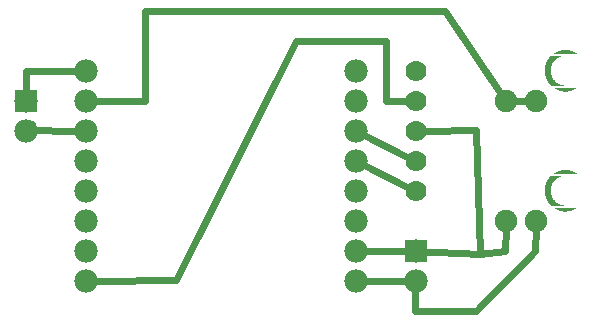
<source format=gbl>
G04 MADE WITH FRITZING*
G04 WWW.FRITZING.ORG*
G04 DOUBLE SIDED*
G04 HOLES PLATED*
G04 CONTOUR ON CENTER OF CONTOUR VECTOR*
%ASAXBY*%
%FSLAX23Y23*%
%MOIN*%
%OFA0B0*%
%SFA1.0B1.0*%
%ADD10C,0.070000*%
%ADD11C,0.077778*%
%ADD12C,0.078000*%
%ADD13C,0.075000*%
%ADD14R,0.078000X0.078000*%
%ADD15C,0.024000*%
%ADD16R,0.001000X0.001000*%
%LNCOPPER0*%
G90*
G70*
G54D10*
X1430Y499D03*
X1430Y599D03*
X1430Y699D03*
X1430Y799D03*
X1430Y899D03*
G54D11*
X330Y899D03*
X330Y799D03*
X330Y699D03*
X330Y599D03*
X330Y499D03*
X330Y399D03*
X330Y299D03*
X330Y199D03*
X1230Y199D03*
X1230Y299D03*
X1230Y399D03*
X1230Y499D03*
X1230Y599D03*
X1230Y699D03*
X1230Y799D03*
X1230Y899D03*
G54D12*
X130Y799D03*
X130Y699D03*
X1430Y299D03*
X1430Y199D03*
G54D13*
X1830Y799D03*
X1830Y399D03*
X1730Y399D03*
X1730Y799D03*
G54D14*
X130Y799D03*
X1430Y299D03*
G54D15*
X131Y900D02*
X130Y829D01*
D02*
X301Y899D02*
X131Y900D01*
D02*
X131Y701D02*
X150Y721D01*
D02*
X301Y700D02*
X131Y701D01*
D02*
X1259Y199D02*
X1400Y199D01*
D02*
X1256Y586D02*
X1402Y513D01*
D02*
X1256Y686D02*
X1402Y613D01*
D02*
X631Y201D02*
X1030Y998D01*
D02*
X359Y199D02*
X631Y201D01*
D02*
X1030Y998D02*
X1330Y998D01*
D02*
X1330Y998D02*
X1330Y799D01*
D02*
X1330Y799D02*
X1399Y799D01*
D02*
X1643Y289D02*
X1631Y701D01*
D02*
X1631Y701D02*
X1461Y700D01*
D02*
X1428Y299D02*
X1643Y289D01*
D02*
X1259Y299D02*
X1428Y299D01*
D02*
X1631Y100D02*
X1428Y100D01*
D02*
X1829Y299D02*
X1631Y100D01*
D02*
X1428Y100D02*
X1429Y169D01*
D02*
X1830Y371D02*
X1829Y299D01*
D02*
X1729Y299D02*
X1730Y371D01*
D02*
X1643Y289D02*
X1729Y299D01*
D02*
X1529Y1099D02*
X1714Y823D01*
D02*
X529Y799D02*
X529Y1099D01*
D02*
X359Y799D02*
X529Y799D01*
D02*
X529Y1099D02*
X1529Y1099D01*
D02*
X1801Y799D02*
X1758Y799D01*
G54D16*
X1919Y968D02*
X1939Y968D01*
X1914Y967D02*
X1944Y967D01*
X1910Y966D02*
X1948Y966D01*
X1907Y965D02*
X1951Y965D01*
X1904Y964D02*
X1953Y964D01*
X1902Y963D02*
X1956Y963D01*
X1900Y962D02*
X1958Y962D01*
X1897Y961D02*
X1960Y961D01*
X1896Y960D02*
X1962Y960D01*
X1894Y959D02*
X1964Y959D01*
X1892Y958D02*
X1965Y958D01*
X1891Y957D02*
X1967Y957D01*
X1889Y956D02*
X1968Y956D01*
X1880Y948D02*
X1918Y948D01*
X1879Y947D02*
X1914Y947D01*
X1878Y946D02*
X1911Y946D01*
X1877Y945D02*
X1908Y945D01*
X1876Y944D02*
X1906Y944D01*
X1875Y943D02*
X1904Y943D01*
X1875Y942D02*
X1903Y942D01*
X1874Y941D02*
X1901Y941D01*
X1873Y940D02*
X1900Y940D01*
X1872Y939D02*
X1899Y939D01*
X1872Y938D02*
X1897Y938D01*
X1871Y937D02*
X1896Y937D01*
X1871Y936D02*
X1895Y936D01*
X1870Y935D02*
X1894Y935D01*
X1869Y934D02*
X1893Y934D01*
X1869Y933D02*
X1892Y933D01*
X1868Y932D02*
X1891Y932D01*
X1868Y931D02*
X1890Y931D01*
X1867Y930D02*
X1889Y930D01*
X1867Y929D02*
X1889Y929D01*
X1866Y928D02*
X1888Y928D01*
X1866Y927D02*
X1887Y927D01*
X1865Y926D02*
X1887Y926D01*
X1865Y925D02*
X1886Y925D01*
X1865Y924D02*
X1885Y924D01*
X1864Y923D02*
X1885Y923D01*
X1864Y922D02*
X1884Y922D01*
X1864Y921D02*
X1884Y921D01*
X1863Y920D02*
X1883Y920D01*
X1863Y919D02*
X1883Y919D01*
X1863Y918D02*
X1882Y918D01*
X1862Y917D02*
X1882Y917D01*
X1862Y916D02*
X1882Y916D01*
X1862Y915D02*
X1881Y915D01*
X1862Y914D02*
X1881Y914D01*
X1861Y913D02*
X1881Y913D01*
X1861Y912D02*
X1881Y912D01*
X1861Y911D02*
X1880Y911D01*
X1861Y910D02*
X1880Y910D01*
X1861Y909D02*
X1880Y909D01*
X1861Y908D02*
X1880Y908D01*
X1861Y907D02*
X1880Y907D01*
X1860Y906D02*
X1879Y906D01*
X1860Y905D02*
X1879Y905D01*
X1860Y904D02*
X1879Y904D01*
X1860Y903D02*
X1879Y903D01*
X1860Y902D02*
X1879Y902D01*
X1860Y901D02*
X1879Y901D01*
X1860Y900D02*
X1879Y900D01*
X1860Y899D02*
X1879Y899D01*
X1860Y898D02*
X1879Y898D01*
X1860Y897D02*
X1879Y897D01*
X1860Y896D02*
X1879Y896D01*
X1860Y895D02*
X1879Y895D01*
X1860Y894D02*
X1879Y894D01*
X1860Y893D02*
X1880Y893D01*
X1861Y892D02*
X1880Y892D01*
X1861Y891D02*
X1880Y891D01*
X1861Y890D02*
X1880Y890D01*
X1861Y889D02*
X1880Y889D01*
X1861Y888D02*
X1880Y888D01*
X1861Y887D02*
X1881Y887D01*
X1862Y886D02*
X1881Y886D01*
X1862Y885D02*
X1881Y885D01*
X1862Y884D02*
X1882Y884D01*
X1862Y883D02*
X1882Y883D01*
X1863Y882D02*
X1882Y882D01*
X1863Y881D02*
X1883Y881D01*
X1863Y880D02*
X1883Y880D01*
X1863Y879D02*
X1884Y879D01*
X1864Y878D02*
X1884Y878D01*
X1864Y877D02*
X1885Y877D01*
X1865Y876D02*
X1885Y876D01*
X1865Y875D02*
X1886Y875D01*
X1865Y874D02*
X1886Y874D01*
X1866Y873D02*
X1887Y873D01*
X1866Y872D02*
X1888Y872D01*
X1867Y871D02*
X1888Y871D01*
X1867Y870D02*
X1889Y870D01*
X1868Y869D02*
X1890Y869D01*
X1868Y868D02*
X1891Y868D01*
X1869Y867D02*
X1892Y867D01*
X1869Y866D02*
X1893Y866D01*
X1870Y865D02*
X1894Y865D01*
X1870Y864D02*
X1895Y864D01*
X1871Y863D02*
X1896Y863D01*
X1872Y862D02*
X1897Y862D01*
X1872Y861D02*
X1898Y861D01*
X1873Y860D02*
X1899Y860D01*
X1874Y859D02*
X1901Y859D01*
X1874Y858D02*
X1902Y858D01*
X1875Y857D02*
X1904Y857D01*
X1876Y856D02*
X1906Y856D01*
X1877Y855D02*
X1908Y855D01*
X1878Y854D02*
X1910Y854D01*
X1878Y853D02*
X1913Y853D01*
X1879Y852D02*
X1916Y852D01*
X1880Y851D02*
X1922Y851D01*
X1890Y843D02*
X1968Y843D01*
X1891Y842D02*
X1966Y842D01*
X1893Y841D02*
X1964Y841D01*
X1895Y840D02*
X1963Y840D01*
X1897Y839D02*
X1961Y839D01*
X1899Y838D02*
X1959Y838D01*
X1901Y837D02*
X1957Y837D01*
X1903Y836D02*
X1955Y836D01*
X1906Y835D02*
X1952Y835D01*
X1908Y834D02*
X1949Y834D01*
X1912Y833D02*
X1946Y833D01*
X1916Y832D02*
X1942Y832D01*
X1922Y831D02*
X1936Y831D01*
X1929Y569D02*
X1929Y569D01*
X1918Y568D02*
X1939Y568D01*
X1913Y567D02*
X1944Y567D01*
X1910Y566D02*
X1948Y566D01*
X1907Y565D02*
X1951Y565D01*
X1904Y564D02*
X1954Y564D01*
X1902Y563D02*
X1956Y563D01*
X1899Y562D02*
X1958Y562D01*
X1897Y561D02*
X1960Y561D01*
X1895Y560D02*
X1962Y560D01*
X1894Y559D02*
X1964Y559D01*
X1892Y558D02*
X1965Y558D01*
X1891Y557D02*
X1967Y557D01*
X1889Y556D02*
X1968Y556D01*
X1881Y549D02*
X1928Y549D01*
X1880Y548D02*
X1918Y548D01*
X1879Y547D02*
X1914Y547D01*
X1878Y546D02*
X1911Y546D01*
X1877Y545D02*
X1908Y545D01*
X1876Y544D02*
X1906Y544D01*
X1875Y543D02*
X1904Y543D01*
X1875Y542D02*
X1903Y542D01*
X1874Y541D02*
X1901Y541D01*
X1873Y540D02*
X1900Y540D01*
X1872Y539D02*
X1899Y539D01*
X1872Y538D02*
X1897Y538D01*
X1871Y537D02*
X1896Y537D01*
X1871Y536D02*
X1895Y536D01*
X1870Y535D02*
X1894Y535D01*
X1869Y534D02*
X1893Y534D01*
X1869Y533D02*
X1892Y533D01*
X1868Y532D02*
X1891Y532D01*
X1868Y531D02*
X1890Y531D01*
X1867Y530D02*
X1889Y530D01*
X1867Y529D02*
X1889Y529D01*
X1866Y528D02*
X1888Y528D01*
X1866Y527D02*
X1887Y527D01*
X1865Y526D02*
X1887Y526D01*
X1865Y525D02*
X1886Y525D01*
X1865Y524D02*
X1885Y524D01*
X1864Y523D02*
X1885Y523D01*
X1864Y522D02*
X1884Y522D01*
X1864Y521D02*
X1884Y521D01*
X1863Y520D02*
X1883Y520D01*
X1863Y519D02*
X1883Y519D01*
X1863Y518D02*
X1882Y518D01*
X1862Y517D02*
X1882Y517D01*
X1862Y516D02*
X1882Y516D01*
X1862Y515D02*
X1881Y515D01*
X1862Y514D02*
X1881Y514D01*
X1861Y513D02*
X1881Y513D01*
X1861Y512D02*
X1881Y512D01*
X1861Y511D02*
X1880Y511D01*
X1861Y510D02*
X1880Y510D01*
X1861Y509D02*
X1880Y509D01*
X1861Y508D02*
X1880Y508D01*
X1861Y507D02*
X1880Y507D01*
X1860Y506D02*
X1879Y506D01*
X1860Y505D02*
X1879Y505D01*
X1860Y504D02*
X1879Y504D01*
X1860Y503D02*
X1879Y503D01*
X1860Y502D02*
X1879Y502D01*
X1860Y501D02*
X1879Y501D01*
X1860Y500D02*
X1879Y500D01*
X1860Y499D02*
X1879Y499D01*
X1860Y498D02*
X1879Y498D01*
X1860Y497D02*
X1879Y497D01*
X1860Y496D02*
X1879Y496D01*
X1860Y495D02*
X1879Y495D01*
X1860Y494D02*
X1879Y494D01*
X1860Y493D02*
X1880Y493D01*
X1861Y492D02*
X1880Y492D01*
X1861Y491D02*
X1880Y491D01*
X1861Y490D02*
X1880Y490D01*
X1861Y489D02*
X1880Y489D01*
X1861Y488D02*
X1880Y488D01*
X1861Y487D02*
X1881Y487D01*
X1862Y486D02*
X1881Y486D01*
X1862Y485D02*
X1881Y485D01*
X1862Y484D02*
X1882Y484D01*
X1862Y483D02*
X1882Y483D01*
X1863Y482D02*
X1882Y482D01*
X1863Y481D02*
X1883Y481D01*
X1863Y480D02*
X1883Y480D01*
X1863Y479D02*
X1884Y479D01*
X1864Y478D02*
X1884Y478D01*
X1864Y477D02*
X1885Y477D01*
X1865Y476D02*
X1885Y476D01*
X1865Y475D02*
X1886Y475D01*
X1865Y474D02*
X1886Y474D01*
X1866Y473D02*
X1887Y473D01*
X1866Y472D02*
X1888Y472D01*
X1867Y471D02*
X1888Y471D01*
X1867Y470D02*
X1889Y470D01*
X1868Y469D02*
X1890Y469D01*
X1868Y468D02*
X1891Y468D01*
X1869Y467D02*
X1892Y467D01*
X1869Y466D02*
X1893Y466D01*
X1870Y465D02*
X1894Y465D01*
X1870Y464D02*
X1895Y464D01*
X1871Y463D02*
X1896Y463D01*
X1872Y462D02*
X1897Y462D01*
X1872Y461D02*
X1898Y461D01*
X1873Y460D02*
X1899Y460D01*
X1874Y459D02*
X1901Y459D01*
X1874Y458D02*
X1902Y458D01*
X1875Y457D02*
X1904Y457D01*
X1876Y456D02*
X1906Y456D01*
X1877Y455D02*
X1908Y455D01*
X1878Y454D02*
X1910Y454D01*
X1878Y453D02*
X1913Y453D01*
X1879Y452D02*
X1916Y452D01*
X1880Y451D02*
X1922Y451D01*
X1890Y443D02*
X1968Y443D01*
X1892Y442D02*
X1966Y442D01*
X1893Y441D02*
X1964Y441D01*
X1895Y440D02*
X1963Y440D01*
X1897Y439D02*
X1961Y439D01*
X1899Y438D02*
X1959Y438D01*
X1901Y437D02*
X1957Y437D01*
X1903Y436D02*
X1955Y436D01*
X1906Y435D02*
X1952Y435D01*
X1908Y434D02*
X1949Y434D01*
X1912Y433D02*
X1945Y433D01*
X1916Y432D02*
X1941Y432D01*
X1922Y431D02*
X1935Y431D01*
D02*
G04 End of Copper0*
M02*
</source>
